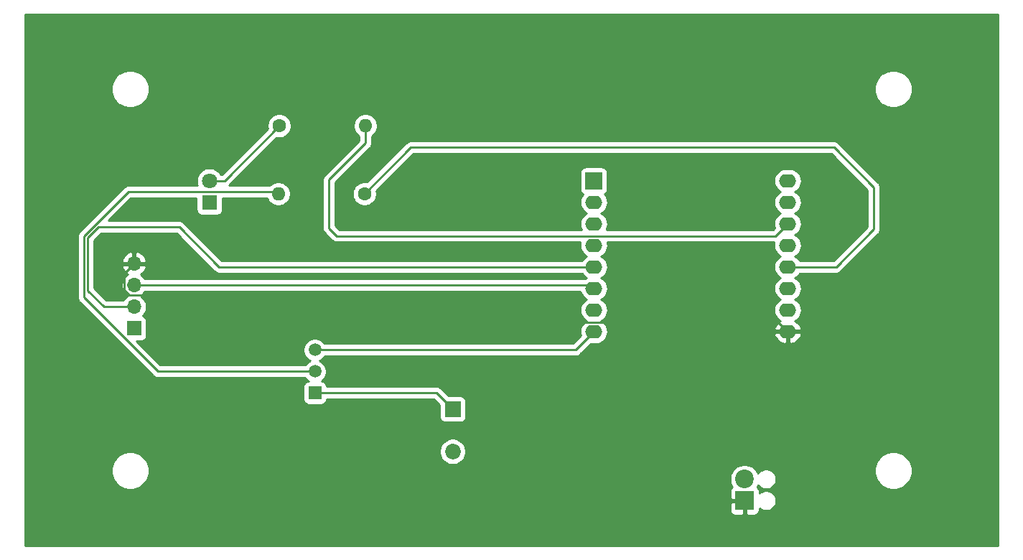
<source format=gbr>
%TF.GenerationSoftware,KiCad,Pcbnew,(5.1.10-1-10_14)*%
%TF.CreationDate,2021-11-11T14:28:07+01:00*%
%TF.ProjectId,Distance_Measurement,44697374-616e-4636-955f-4d6561737572,02*%
%TF.SameCoordinates,Original*%
%TF.FileFunction,Copper,L1,Top*%
%TF.FilePolarity,Positive*%
%FSLAX46Y46*%
G04 Gerber Fmt 4.6, Leading zero omitted, Abs format (unit mm)*
G04 Created by KiCad (PCBNEW (5.1.10-1-10_14)) date 2021-11-11 14:28:07*
%MOMM*%
%LPD*%
G01*
G04 APERTURE LIST*
%TA.AperFunction,ComponentPad*%
%ADD10O,2.000000X1.600000*%
%TD*%
%TA.AperFunction,ComponentPad*%
%ADD11R,2.000000X2.000000*%
%TD*%
%TA.AperFunction,ComponentPad*%
%ADD12O,1.600000X1.600000*%
%TD*%
%TA.AperFunction,ComponentPad*%
%ADD13C,1.600000*%
%TD*%
%TA.AperFunction,ComponentPad*%
%ADD14C,1.850000*%
%TD*%
%TA.AperFunction,ComponentPad*%
%ADD15R,1.850000X1.850000*%
%TD*%
%TA.AperFunction,ComponentPad*%
%ADD16R,1.500000X1.500000*%
%TD*%
%TA.AperFunction,ComponentPad*%
%ADD17C,1.500000*%
%TD*%
%TA.AperFunction,ComponentPad*%
%ADD18C,1.800000*%
%TD*%
%TA.AperFunction,ComponentPad*%
%ADD19R,1.800000X1.800000*%
%TD*%
%TA.AperFunction,ComponentPad*%
%ADD20O,1.700000X1.700000*%
%TD*%
%TA.AperFunction,ComponentPad*%
%ADD21R,1.700000X1.700000*%
%TD*%
%TA.AperFunction,ComponentPad*%
%ADD22C,2.200000*%
%TD*%
%TA.AperFunction,ComponentPad*%
%ADD23R,2.200000X2.200000*%
%TD*%
%TA.AperFunction,Conductor*%
%ADD24C,0.250000*%
%TD*%
%TA.AperFunction,Conductor*%
%ADD25C,0.254000*%
%TD*%
%TA.AperFunction,Conductor*%
%ADD26C,0.100000*%
%TD*%
G04 APERTURE END LIST*
D10*
%TO.P,U1,16*%
%TO.N,N/C*%
X181991000Y-86614000D03*
%TO.P,U1,15*%
X181991000Y-89154000D03*
%TO.P,U1,14*%
%TO.N,Net-(R1-Pad2)*%
X181991000Y-91694000D03*
%TO.P,U1,13*%
%TO.N,N/C*%
X181991000Y-94234000D03*
%TO.P,U1,12*%
%TO.N,Net-(R2-Pad1)*%
X181991000Y-96774000D03*
%TO.P,U1,11*%
%TO.N,N/C*%
X181991000Y-99314000D03*
%TO.P,U1,10*%
%TO.N,GND*%
X181991000Y-101854000D03*
%TO.P,U1,9*%
%TO.N,+5V*%
X181991000Y-104394000D03*
%TO.P,U1,8*%
%TO.N,Net-(Q1-Pad3)*%
X159131000Y-104394000D03*
%TO.P,U1,7*%
%TO.N,N/C*%
X159131000Y-101854000D03*
%TO.P,U1,6*%
%TO.N,Net-(J1-Pad3)*%
X159131000Y-99314000D03*
%TO.P,U1,5*%
%TO.N,Net-(J1-Pad2)*%
X159131000Y-96774000D03*
%TO.P,U1,4*%
%TO.N,N/C*%
X159131000Y-94234000D03*
%TO.P,U1,3*%
X159131000Y-91694000D03*
D11*
%TO.P,U1,1*%
X159131000Y-86614000D03*
D10*
%TO.P,U1,2*%
X159131000Y-89154000D03*
%TD*%
D12*
%TO.P,R2,2*%
%TO.N,Net-(Q1-Pad2)*%
X121920000Y-88138000D03*
D13*
%TO.P,R2,1*%
%TO.N,Net-(R2-Pad1)*%
X132080000Y-88138000D03*
%TD*%
D14*
%TO.P,LS1,2*%
%TO.N,GND*%
X142494000Y-118538000D03*
D15*
%TO.P,LS1,1*%
%TO.N,Net-(LS1-Pad1)*%
X142494000Y-113538000D03*
%TD*%
D16*
%TO.P,Q1,1*%
%TO.N,Net-(LS1-Pad1)*%
X126238000Y-111633000D03*
D17*
%TO.P,Q1,3*%
%TO.N,Net-(Q1-Pad3)*%
X126238000Y-106553000D03*
%TO.P,Q1,2*%
%TO.N,Net-(Q1-Pad2)*%
X126238000Y-109093000D03*
%TD*%
D18*
%TO.P,D1,2*%
%TO.N,Net-(D1-Pad2)*%
X113792000Y-86614000D03*
D19*
%TO.P,D1,1*%
%TO.N,GND*%
X113792000Y-89154000D03*
%TD*%
D20*
%TO.P,J1,4*%
%TO.N,+5V*%
X104902000Y-96393000D03*
%TO.P,J1,3*%
%TO.N,Net-(J1-Pad3)*%
X104902000Y-98933000D03*
%TO.P,J1,2*%
%TO.N,Net-(J1-Pad2)*%
X104902000Y-101473000D03*
D21*
%TO.P,J1,1*%
%TO.N,GND*%
X104902000Y-104013000D03*
%TD*%
D22*
%TO.P,J2,2*%
%TO.N,GND*%
X176911000Y-121793000D03*
D23*
%TO.P,J2,1*%
%TO.N,+5V*%
X176911000Y-124333000D03*
%TD*%
D12*
%TO.P,R1,2*%
%TO.N,Net-(R1-Pad2)*%
X132207000Y-80137000D03*
D13*
%TO.P,R1,1*%
%TO.N,Net-(D1-Pad2)*%
X122047000Y-80137000D03*
%TD*%
D24*
%TO.N,Net-(D1-Pad2)*%
X115570000Y-86614000D02*
X122047000Y-80137000D01*
X113792000Y-86614000D02*
X115570000Y-86614000D01*
%TO.N,+5V*%
X103726999Y-97568001D02*
X104902000Y-96393000D01*
X104337999Y-100108001D02*
X103726999Y-99497001D01*
X122460001Y-100108001D02*
X104337999Y-100108001D01*
X125620990Y-103268990D02*
X122460001Y-100108001D01*
X103726999Y-99497001D02*
X103726999Y-97568001D01*
X180865990Y-103268990D02*
X125620990Y-103268990D01*
X181991000Y-104394000D02*
X180865990Y-103268990D01*
%TO.N,Net-(J1-Pad3)*%
X158750000Y-98933000D02*
X159131000Y-99314000D01*
X104902000Y-98933000D02*
X158750000Y-98933000D01*
%TO.N,Net-(J1-Pad2)*%
X159131000Y-96774000D02*
X114935000Y-96774000D01*
X114935000Y-96774000D02*
X110236000Y-92075000D01*
X110236000Y-92075000D02*
X100711000Y-92075000D01*
X100711000Y-92075000D02*
X99441000Y-93345000D01*
X99441000Y-93345000D02*
X99441000Y-99568000D01*
X101346000Y-101473000D02*
X104902000Y-101473000D01*
X99441000Y-99568000D02*
X101346000Y-101473000D01*
%TO.N,Net-(LS1-Pad1)*%
X140589000Y-111633000D02*
X142494000Y-113538000D01*
X126238000Y-111633000D02*
X140589000Y-111633000D01*
%TO.N,Net-(Q1-Pad2)*%
X107696998Y-109093000D02*
X126238000Y-109093000D01*
X98990990Y-93158600D02*
X98990990Y-100386992D01*
X104220591Y-87928999D02*
X98990990Y-93158600D01*
X121710999Y-87928999D02*
X104220591Y-87928999D01*
X98990990Y-100386992D02*
X107696998Y-109093000D01*
X121920000Y-88138000D02*
X121710999Y-87928999D01*
%TO.N,Net-(R2-Pad1)*%
X132080000Y-88138000D02*
X137541000Y-82677000D01*
X137541000Y-82677000D02*
X187452000Y-82677000D01*
X187452000Y-82677000D02*
X192151000Y-87376000D01*
X192151000Y-87376000D02*
X192151000Y-92329000D01*
X187706000Y-96774000D02*
X181991000Y-96774000D01*
X192151000Y-92329000D02*
X187706000Y-96774000D01*
%TO.N,Net-(Q1-Pad3)*%
X156972000Y-106553000D02*
X159131000Y-104394000D01*
X126238000Y-106553000D02*
X156972000Y-106553000D01*
%TO.N,Net-(R1-Pad2)*%
X132207000Y-80137000D02*
X132207000Y-82169000D01*
X132207000Y-82169000D02*
X127889000Y-86487000D01*
X127889000Y-86487000D02*
X127889000Y-92202000D01*
X180576010Y-93108990D02*
X181991000Y-91694000D01*
X128795990Y-93108990D02*
X180576010Y-93108990D01*
X127889000Y-92202000D02*
X128795990Y-93108990D01*
%TD*%
D25*
%TO.N,+5V*%
X206780001Y-129634000D02*
X92100000Y-129634000D01*
X92100000Y-125433000D01*
X175172928Y-125433000D01*
X175185188Y-125557482D01*
X175221498Y-125677180D01*
X175280463Y-125787494D01*
X175359815Y-125884185D01*
X175456506Y-125963537D01*
X175566820Y-126022502D01*
X175686518Y-126058812D01*
X175811000Y-126071072D01*
X176625250Y-126068000D01*
X176784000Y-125909250D01*
X176784000Y-124460000D01*
X175334750Y-124460000D01*
X175176000Y-124618750D01*
X175172928Y-125433000D01*
X92100000Y-125433000D01*
X92100000Y-123233000D01*
X175172928Y-123233000D01*
X175176000Y-124047250D01*
X175334750Y-124206000D01*
X176784000Y-124206000D01*
X176784000Y-124186000D01*
X177038000Y-124186000D01*
X177038000Y-124206000D01*
X177058000Y-124206000D01*
X177058000Y-124460000D01*
X177038000Y-124460000D01*
X177038000Y-125909250D01*
X177196750Y-126068000D01*
X178011000Y-126071072D01*
X178135482Y-126058812D01*
X178255180Y-126022502D01*
X178365494Y-125963537D01*
X178462185Y-125884185D01*
X178541537Y-125787494D01*
X178600502Y-125677180D01*
X178636812Y-125557482D01*
X178649072Y-125433000D01*
X178648216Y-125206060D01*
X178695606Y-125253450D01*
X178889692Y-125383134D01*
X179105348Y-125472461D01*
X179334288Y-125518000D01*
X179567712Y-125518000D01*
X179796652Y-125472461D01*
X180012308Y-125383134D01*
X180206394Y-125253450D01*
X180371450Y-125088394D01*
X180501134Y-124894308D01*
X180590461Y-124678652D01*
X180636000Y-124449712D01*
X180636000Y-124216288D01*
X180590461Y-123987348D01*
X180501134Y-123771692D01*
X180371450Y-123577606D01*
X180206394Y-123412550D01*
X180012308Y-123282866D01*
X179796652Y-123193539D01*
X179567712Y-123148000D01*
X179334288Y-123148000D01*
X179105348Y-123193539D01*
X178889692Y-123282866D01*
X178695606Y-123412550D01*
X178648216Y-123459940D01*
X178649072Y-123233000D01*
X178636812Y-123108518D01*
X178600502Y-122988820D01*
X178541537Y-122878506D01*
X178462185Y-122781815D01*
X178381310Y-122715443D01*
X178448537Y-122614831D01*
X178496910Y-122498048D01*
X178530550Y-122548394D01*
X178695606Y-122713450D01*
X178889692Y-122843134D01*
X179105348Y-122932461D01*
X179334288Y-122978000D01*
X179567712Y-122978000D01*
X179796652Y-122932461D01*
X180012308Y-122843134D01*
X180206394Y-122713450D01*
X180371450Y-122548394D01*
X180501134Y-122354308D01*
X180590461Y-122138652D01*
X180636000Y-121909712D01*
X180636000Y-121676288D01*
X180590461Y-121447348D01*
X180501134Y-121231692D01*
X180371450Y-121037606D01*
X180206394Y-120872550D01*
X180012308Y-120742866D01*
X179796652Y-120653539D01*
X179567712Y-120608000D01*
X179334288Y-120608000D01*
X179105348Y-120653539D01*
X178889692Y-120742866D01*
X178695606Y-120872550D01*
X178530550Y-121037606D01*
X178496910Y-121087952D01*
X178448537Y-120971169D01*
X178258663Y-120687002D01*
X178145533Y-120573872D01*
X192205000Y-120573872D01*
X192205000Y-121014128D01*
X192290890Y-121445925D01*
X192459369Y-121852669D01*
X192703962Y-122218729D01*
X193015271Y-122530038D01*
X193381331Y-122774631D01*
X193788075Y-122943110D01*
X194219872Y-123029000D01*
X194660128Y-123029000D01*
X195091925Y-122943110D01*
X195498669Y-122774631D01*
X195864729Y-122530038D01*
X196176038Y-122218729D01*
X196420631Y-121852669D01*
X196589110Y-121445925D01*
X196675000Y-121014128D01*
X196675000Y-120573872D01*
X196589110Y-120142075D01*
X196420631Y-119735331D01*
X196176038Y-119369271D01*
X195864729Y-119057962D01*
X195498669Y-118813369D01*
X195091925Y-118644890D01*
X194660128Y-118559000D01*
X194219872Y-118559000D01*
X193788075Y-118644890D01*
X193381331Y-118813369D01*
X193015271Y-119057962D01*
X192703962Y-119369271D01*
X192459369Y-119735331D01*
X192290890Y-120142075D01*
X192205000Y-120573872D01*
X178145533Y-120573872D01*
X178016998Y-120445337D01*
X177732831Y-120255463D01*
X177417081Y-120124675D01*
X177081883Y-120058000D01*
X176740117Y-120058000D01*
X176404919Y-120124675D01*
X176089169Y-120255463D01*
X175805002Y-120445337D01*
X175563337Y-120687002D01*
X175373463Y-120971169D01*
X175242675Y-121286919D01*
X175176000Y-121622117D01*
X175176000Y-121963883D01*
X175242675Y-122299081D01*
X175373463Y-122614831D01*
X175440690Y-122715443D01*
X175359815Y-122781815D01*
X175280463Y-122878506D01*
X175221498Y-122988820D01*
X175185188Y-123108518D01*
X175172928Y-123233000D01*
X92100000Y-123233000D01*
X92100000Y-120573872D01*
X102205000Y-120573872D01*
X102205000Y-121014128D01*
X102290890Y-121445925D01*
X102459369Y-121852669D01*
X102703962Y-122218729D01*
X103015271Y-122530038D01*
X103381331Y-122774631D01*
X103788075Y-122943110D01*
X104219872Y-123029000D01*
X104660128Y-123029000D01*
X105091925Y-122943110D01*
X105498669Y-122774631D01*
X105864729Y-122530038D01*
X106176038Y-122218729D01*
X106420631Y-121852669D01*
X106589110Y-121445925D01*
X106675000Y-121014128D01*
X106675000Y-120573872D01*
X106589110Y-120142075D01*
X106420631Y-119735331D01*
X106176038Y-119369271D01*
X105864729Y-119057962D01*
X105498669Y-118813369D01*
X105091925Y-118644890D01*
X104660128Y-118559000D01*
X104219872Y-118559000D01*
X103788075Y-118644890D01*
X103381331Y-118813369D01*
X103015271Y-119057962D01*
X102703962Y-119369271D01*
X102459369Y-119735331D01*
X102290890Y-120142075D01*
X102205000Y-120573872D01*
X92100000Y-120573872D01*
X92100000Y-118384353D01*
X140934000Y-118384353D01*
X140934000Y-118691647D01*
X140993950Y-118993035D01*
X141111546Y-119276937D01*
X141282269Y-119532442D01*
X141499558Y-119749731D01*
X141755063Y-119920454D01*
X142038965Y-120038050D01*
X142340353Y-120098000D01*
X142647647Y-120098000D01*
X142949035Y-120038050D01*
X143232937Y-119920454D01*
X143488442Y-119749731D01*
X143705731Y-119532442D01*
X143876454Y-119276937D01*
X143994050Y-118993035D01*
X144054000Y-118691647D01*
X144054000Y-118384353D01*
X143994050Y-118082965D01*
X143876454Y-117799063D01*
X143705731Y-117543558D01*
X143488442Y-117326269D01*
X143232937Y-117155546D01*
X142949035Y-117037950D01*
X142647647Y-116978000D01*
X142340353Y-116978000D01*
X142038965Y-117037950D01*
X141755063Y-117155546D01*
X141499558Y-117326269D01*
X141282269Y-117543558D01*
X141111546Y-117799063D01*
X140993950Y-118082965D01*
X140934000Y-118384353D01*
X92100000Y-118384353D01*
X92100000Y-93158600D01*
X98227314Y-93158600D01*
X98230990Y-93195923D01*
X98230991Y-100349660D01*
X98227314Y-100386992D01*
X98230991Y-100424325D01*
X98241042Y-100526368D01*
X98241988Y-100535977D01*
X98285444Y-100679238D01*
X98356016Y-100811268D01*
X98427191Y-100897994D01*
X98450990Y-100926993D01*
X98479988Y-100950791D01*
X107133199Y-109604003D01*
X107156997Y-109633001D01*
X107185995Y-109656799D01*
X107272722Y-109727974D01*
X107404751Y-109798546D01*
X107548012Y-109842003D01*
X107696998Y-109856677D01*
X107734331Y-109853000D01*
X125080091Y-109853000D01*
X125162201Y-109975886D01*
X125355114Y-110168799D01*
X125471483Y-110246555D01*
X125363518Y-110257188D01*
X125243820Y-110293498D01*
X125133506Y-110352463D01*
X125036815Y-110431815D01*
X124957463Y-110528506D01*
X124898498Y-110638820D01*
X124862188Y-110758518D01*
X124849928Y-110883000D01*
X124849928Y-112383000D01*
X124862188Y-112507482D01*
X124898498Y-112627180D01*
X124957463Y-112737494D01*
X125036815Y-112834185D01*
X125133506Y-112913537D01*
X125243820Y-112972502D01*
X125363518Y-113008812D01*
X125488000Y-113021072D01*
X126988000Y-113021072D01*
X127112482Y-113008812D01*
X127232180Y-112972502D01*
X127342494Y-112913537D01*
X127439185Y-112834185D01*
X127518537Y-112737494D01*
X127577502Y-112627180D01*
X127613812Y-112507482D01*
X127625087Y-112393000D01*
X140274199Y-112393000D01*
X140930928Y-113049729D01*
X140930928Y-114463000D01*
X140943188Y-114587482D01*
X140979498Y-114707180D01*
X141038463Y-114817494D01*
X141117815Y-114914185D01*
X141214506Y-114993537D01*
X141324820Y-115052502D01*
X141444518Y-115088812D01*
X141569000Y-115101072D01*
X143419000Y-115101072D01*
X143543482Y-115088812D01*
X143663180Y-115052502D01*
X143773494Y-114993537D01*
X143870185Y-114914185D01*
X143949537Y-114817494D01*
X144008502Y-114707180D01*
X144044812Y-114587482D01*
X144057072Y-114463000D01*
X144057072Y-112613000D01*
X144044812Y-112488518D01*
X144008502Y-112368820D01*
X143949537Y-112258506D01*
X143870185Y-112161815D01*
X143773494Y-112082463D01*
X143663180Y-112023498D01*
X143543482Y-111987188D01*
X143419000Y-111974928D01*
X142005729Y-111974928D01*
X141152804Y-111122003D01*
X141129001Y-111092999D01*
X141013276Y-110998026D01*
X140881247Y-110927454D01*
X140737986Y-110883997D01*
X140626333Y-110873000D01*
X140626322Y-110873000D01*
X140589000Y-110869324D01*
X140551678Y-110873000D01*
X127625087Y-110873000D01*
X127613812Y-110758518D01*
X127577502Y-110638820D01*
X127518537Y-110528506D01*
X127439185Y-110431815D01*
X127342494Y-110352463D01*
X127232180Y-110293498D01*
X127112482Y-110257188D01*
X127004517Y-110246555D01*
X127120886Y-110168799D01*
X127313799Y-109975886D01*
X127465371Y-109749043D01*
X127569775Y-109496989D01*
X127623000Y-109229411D01*
X127623000Y-108956589D01*
X127569775Y-108689011D01*
X127465371Y-108436957D01*
X127313799Y-108210114D01*
X127120886Y-108017201D01*
X126894043Y-107865629D01*
X126791127Y-107823000D01*
X126894043Y-107780371D01*
X127120886Y-107628799D01*
X127313799Y-107435886D01*
X127395909Y-107313000D01*
X156934678Y-107313000D01*
X156972000Y-107316676D01*
X157009322Y-107313000D01*
X157009333Y-107313000D01*
X157120986Y-107302003D01*
X157264247Y-107258546D01*
X157396276Y-107187974D01*
X157512001Y-107093001D01*
X157535804Y-107063997D01*
X158778845Y-105820957D01*
X158860508Y-105829000D01*
X159401492Y-105829000D01*
X159612309Y-105808236D01*
X159882808Y-105726182D01*
X160132101Y-105592932D01*
X160350608Y-105413608D01*
X160529932Y-105195101D01*
X160663182Y-104945808D01*
X160724690Y-104743039D01*
X180399096Y-104743039D01*
X180409556Y-104800730D01*
X180515449Y-105062421D01*
X180670361Y-105298425D01*
X180868338Y-105499673D01*
X181101773Y-105658430D01*
X181361694Y-105768596D01*
X181638113Y-105825937D01*
X181864000Y-105673474D01*
X181864000Y-104521000D01*
X182118000Y-104521000D01*
X182118000Y-105673474D01*
X182343887Y-105825937D01*
X182620306Y-105768596D01*
X182880227Y-105658430D01*
X183113662Y-105499673D01*
X183311639Y-105298425D01*
X183466551Y-105062421D01*
X183572444Y-104800730D01*
X183582904Y-104743039D01*
X183460915Y-104521000D01*
X182118000Y-104521000D01*
X181864000Y-104521000D01*
X180521085Y-104521000D01*
X180399096Y-104743039D01*
X160724690Y-104743039D01*
X160745236Y-104675309D01*
X160772943Y-104394000D01*
X160745236Y-104112691D01*
X160663182Y-103842192D01*
X160529932Y-103592899D01*
X160350608Y-103374392D01*
X160132101Y-103195068D01*
X159999142Y-103124000D01*
X160132101Y-103052932D01*
X160350608Y-102873608D01*
X160529932Y-102655101D01*
X160663182Y-102405808D01*
X160745236Y-102135309D01*
X160772943Y-101854000D01*
X160745236Y-101572691D01*
X160663182Y-101302192D01*
X160529932Y-101052899D01*
X160350608Y-100834392D01*
X160132101Y-100655068D01*
X159999142Y-100584000D01*
X160132101Y-100512932D01*
X160350608Y-100333608D01*
X160529932Y-100115101D01*
X160663182Y-99865808D01*
X160745236Y-99595309D01*
X160772943Y-99314000D01*
X160745236Y-99032691D01*
X160663182Y-98762192D01*
X160529932Y-98512899D01*
X160350608Y-98294392D01*
X160132101Y-98115068D01*
X159999142Y-98044000D01*
X160132101Y-97972932D01*
X160350608Y-97793608D01*
X160529932Y-97575101D01*
X160663182Y-97325808D01*
X160745236Y-97055309D01*
X160772943Y-96774000D01*
X160745236Y-96492691D01*
X160663182Y-96222192D01*
X160529932Y-95972899D01*
X160350608Y-95754392D01*
X160132101Y-95575068D01*
X159999142Y-95504000D01*
X160132101Y-95432932D01*
X160350608Y-95253608D01*
X160529932Y-95035101D01*
X160663182Y-94785808D01*
X160745236Y-94515309D01*
X160772943Y-94234000D01*
X160745236Y-93952691D01*
X160719846Y-93868990D01*
X180402154Y-93868990D01*
X180376764Y-93952691D01*
X180349057Y-94234000D01*
X180376764Y-94515309D01*
X180458818Y-94785808D01*
X180592068Y-95035101D01*
X180771392Y-95253608D01*
X180989899Y-95432932D01*
X181122858Y-95504000D01*
X180989899Y-95575068D01*
X180771392Y-95754392D01*
X180592068Y-95972899D01*
X180458818Y-96222192D01*
X180376764Y-96492691D01*
X180349057Y-96774000D01*
X180376764Y-97055309D01*
X180458818Y-97325808D01*
X180592068Y-97575101D01*
X180771392Y-97793608D01*
X180989899Y-97972932D01*
X181122858Y-98044000D01*
X180989899Y-98115068D01*
X180771392Y-98294392D01*
X180592068Y-98512899D01*
X180458818Y-98762192D01*
X180376764Y-99032691D01*
X180349057Y-99314000D01*
X180376764Y-99595309D01*
X180458818Y-99865808D01*
X180592068Y-100115101D01*
X180771392Y-100333608D01*
X180989899Y-100512932D01*
X181122858Y-100584000D01*
X180989899Y-100655068D01*
X180771392Y-100834392D01*
X180592068Y-101052899D01*
X180458818Y-101302192D01*
X180376764Y-101572691D01*
X180349057Y-101854000D01*
X180376764Y-102135309D01*
X180458818Y-102405808D01*
X180592068Y-102655101D01*
X180771392Y-102873608D01*
X180989899Y-103052932D01*
X181119345Y-103122122D01*
X181101773Y-103129570D01*
X180868338Y-103288327D01*
X180670361Y-103489575D01*
X180515449Y-103725579D01*
X180409556Y-103987270D01*
X180399096Y-104044961D01*
X180521085Y-104267000D01*
X181864000Y-104267000D01*
X181864000Y-104247000D01*
X182118000Y-104247000D01*
X182118000Y-104267000D01*
X183460915Y-104267000D01*
X183582904Y-104044961D01*
X183572444Y-103987270D01*
X183466551Y-103725579D01*
X183311639Y-103489575D01*
X183113662Y-103288327D01*
X182880227Y-103129570D01*
X182862655Y-103122122D01*
X182992101Y-103052932D01*
X183210608Y-102873608D01*
X183389932Y-102655101D01*
X183523182Y-102405808D01*
X183605236Y-102135309D01*
X183632943Y-101854000D01*
X183605236Y-101572691D01*
X183523182Y-101302192D01*
X183389932Y-101052899D01*
X183210608Y-100834392D01*
X182992101Y-100655068D01*
X182859142Y-100584000D01*
X182992101Y-100512932D01*
X183210608Y-100333608D01*
X183389932Y-100115101D01*
X183523182Y-99865808D01*
X183605236Y-99595309D01*
X183632943Y-99314000D01*
X183605236Y-99032691D01*
X183523182Y-98762192D01*
X183389932Y-98512899D01*
X183210608Y-98294392D01*
X182992101Y-98115068D01*
X182859142Y-98044000D01*
X182992101Y-97972932D01*
X183210608Y-97793608D01*
X183389932Y-97575101D01*
X183411901Y-97534000D01*
X187668678Y-97534000D01*
X187706000Y-97537676D01*
X187743322Y-97534000D01*
X187743333Y-97534000D01*
X187854986Y-97523003D01*
X187998247Y-97479546D01*
X188130276Y-97408974D01*
X188246001Y-97314001D01*
X188269804Y-97284997D01*
X192662003Y-92892799D01*
X192691001Y-92869001D01*
X192785974Y-92753276D01*
X192856546Y-92621247D01*
X192900003Y-92477986D01*
X192911000Y-92366333D01*
X192911000Y-92366324D01*
X192914676Y-92329001D01*
X192911000Y-92291678D01*
X192911000Y-87413333D01*
X192914677Y-87376000D01*
X192900003Y-87227014D01*
X192856546Y-87083753D01*
X192785974Y-86951724D01*
X192714799Y-86864997D01*
X192691001Y-86835999D01*
X192662004Y-86812202D01*
X188015804Y-82166003D01*
X187992001Y-82136999D01*
X187876276Y-82042026D01*
X187744247Y-81971454D01*
X187600986Y-81927997D01*
X187489333Y-81917000D01*
X187489322Y-81917000D01*
X187452000Y-81913324D01*
X187414678Y-81917000D01*
X137578322Y-81917000D01*
X137540999Y-81913324D01*
X137503676Y-81917000D01*
X137503667Y-81917000D01*
X137392014Y-81927997D01*
X137248753Y-81971454D01*
X137116724Y-82042026D01*
X137000999Y-82136999D01*
X136977201Y-82165997D01*
X132403887Y-86739312D01*
X132221335Y-86703000D01*
X131938665Y-86703000D01*
X131661426Y-86758147D01*
X131400273Y-86866320D01*
X131165241Y-87023363D01*
X130965363Y-87223241D01*
X130808320Y-87458273D01*
X130700147Y-87719426D01*
X130645000Y-87996665D01*
X130645000Y-88279335D01*
X130700147Y-88556574D01*
X130808320Y-88817727D01*
X130965363Y-89052759D01*
X131165241Y-89252637D01*
X131400273Y-89409680D01*
X131661426Y-89517853D01*
X131938665Y-89573000D01*
X132221335Y-89573000D01*
X132498574Y-89517853D01*
X132759727Y-89409680D01*
X132994759Y-89252637D01*
X133194637Y-89052759D01*
X133351680Y-88817727D01*
X133459853Y-88556574D01*
X133515000Y-88279335D01*
X133515000Y-87996665D01*
X133478688Y-87814113D01*
X137855802Y-83437000D01*
X187137199Y-83437000D01*
X191391000Y-87690802D01*
X191391001Y-92014197D01*
X187391199Y-96014000D01*
X183411901Y-96014000D01*
X183389932Y-95972899D01*
X183210608Y-95754392D01*
X182992101Y-95575068D01*
X182859142Y-95504000D01*
X182992101Y-95432932D01*
X183210608Y-95253608D01*
X183389932Y-95035101D01*
X183523182Y-94785808D01*
X183605236Y-94515309D01*
X183632943Y-94234000D01*
X183605236Y-93952691D01*
X183523182Y-93682192D01*
X183389932Y-93432899D01*
X183210608Y-93214392D01*
X182992101Y-93035068D01*
X182859142Y-92964000D01*
X182992101Y-92892932D01*
X183210608Y-92713608D01*
X183389932Y-92495101D01*
X183523182Y-92245808D01*
X183605236Y-91975309D01*
X183632943Y-91694000D01*
X183605236Y-91412691D01*
X183523182Y-91142192D01*
X183389932Y-90892899D01*
X183210608Y-90674392D01*
X182992101Y-90495068D01*
X182859142Y-90424000D01*
X182992101Y-90352932D01*
X183210608Y-90173608D01*
X183389932Y-89955101D01*
X183523182Y-89705808D01*
X183605236Y-89435309D01*
X183632943Y-89154000D01*
X183605236Y-88872691D01*
X183523182Y-88602192D01*
X183389932Y-88352899D01*
X183210608Y-88134392D01*
X182992101Y-87955068D01*
X182859142Y-87884000D01*
X182992101Y-87812932D01*
X183210608Y-87633608D01*
X183389932Y-87415101D01*
X183523182Y-87165808D01*
X183605236Y-86895309D01*
X183632943Y-86614000D01*
X183605236Y-86332691D01*
X183523182Y-86062192D01*
X183389932Y-85812899D01*
X183210608Y-85594392D01*
X182992101Y-85415068D01*
X182742808Y-85281818D01*
X182472309Y-85199764D01*
X182261492Y-85179000D01*
X181720508Y-85179000D01*
X181509691Y-85199764D01*
X181239192Y-85281818D01*
X180989899Y-85415068D01*
X180771392Y-85594392D01*
X180592068Y-85812899D01*
X180458818Y-86062192D01*
X180376764Y-86332691D01*
X180349057Y-86614000D01*
X180376764Y-86895309D01*
X180458818Y-87165808D01*
X180592068Y-87415101D01*
X180771392Y-87633608D01*
X180989899Y-87812932D01*
X181122858Y-87884000D01*
X180989899Y-87955068D01*
X180771392Y-88134392D01*
X180592068Y-88352899D01*
X180458818Y-88602192D01*
X180376764Y-88872691D01*
X180349057Y-89154000D01*
X180376764Y-89435309D01*
X180458818Y-89705808D01*
X180592068Y-89955101D01*
X180771392Y-90173608D01*
X180989899Y-90352932D01*
X181122858Y-90424000D01*
X180989899Y-90495068D01*
X180771392Y-90674392D01*
X180592068Y-90892899D01*
X180458818Y-91142192D01*
X180376764Y-91412691D01*
X180349057Y-91694000D01*
X180376764Y-91975309D01*
X180436841Y-92173358D01*
X180261209Y-92348990D01*
X160608030Y-92348990D01*
X160663182Y-92245808D01*
X160745236Y-91975309D01*
X160772943Y-91694000D01*
X160745236Y-91412691D01*
X160663182Y-91142192D01*
X160529932Y-90892899D01*
X160350608Y-90674392D01*
X160132101Y-90495068D01*
X159999142Y-90424000D01*
X160132101Y-90352932D01*
X160350608Y-90173608D01*
X160529932Y-89955101D01*
X160663182Y-89705808D01*
X160745236Y-89435309D01*
X160772943Y-89154000D01*
X160745236Y-88872691D01*
X160663182Y-88602192D01*
X160529932Y-88352899D01*
X160397524Y-88191559D01*
X160485494Y-88144537D01*
X160582185Y-88065185D01*
X160661537Y-87968494D01*
X160720502Y-87858180D01*
X160756812Y-87738482D01*
X160769072Y-87614000D01*
X160769072Y-85614000D01*
X160756812Y-85489518D01*
X160720502Y-85369820D01*
X160661537Y-85259506D01*
X160582185Y-85162815D01*
X160485494Y-85083463D01*
X160375180Y-85024498D01*
X160255482Y-84988188D01*
X160131000Y-84975928D01*
X158131000Y-84975928D01*
X158006518Y-84988188D01*
X157886820Y-85024498D01*
X157776506Y-85083463D01*
X157679815Y-85162815D01*
X157600463Y-85259506D01*
X157541498Y-85369820D01*
X157505188Y-85489518D01*
X157492928Y-85614000D01*
X157492928Y-87614000D01*
X157505188Y-87738482D01*
X157541498Y-87858180D01*
X157600463Y-87968494D01*
X157679815Y-88065185D01*
X157776506Y-88144537D01*
X157864476Y-88191559D01*
X157732068Y-88352899D01*
X157598818Y-88602192D01*
X157516764Y-88872691D01*
X157489057Y-89154000D01*
X157516764Y-89435309D01*
X157598818Y-89705808D01*
X157732068Y-89955101D01*
X157911392Y-90173608D01*
X158129899Y-90352932D01*
X158262858Y-90424000D01*
X158129899Y-90495068D01*
X157911392Y-90674392D01*
X157732068Y-90892899D01*
X157598818Y-91142192D01*
X157516764Y-91412691D01*
X157489057Y-91694000D01*
X157516764Y-91975309D01*
X157598818Y-92245808D01*
X157653970Y-92348990D01*
X129110792Y-92348990D01*
X128649000Y-91887199D01*
X128649000Y-86801801D01*
X132718003Y-82732799D01*
X132747001Y-82709001D01*
X132841974Y-82593276D01*
X132912546Y-82461247D01*
X132956003Y-82317986D01*
X132967000Y-82206333D01*
X132967000Y-82206324D01*
X132970676Y-82169001D01*
X132967000Y-82131678D01*
X132967000Y-81355043D01*
X133121759Y-81251637D01*
X133321637Y-81051759D01*
X133478680Y-80816727D01*
X133586853Y-80555574D01*
X133642000Y-80278335D01*
X133642000Y-79995665D01*
X133586853Y-79718426D01*
X133478680Y-79457273D01*
X133321637Y-79222241D01*
X133121759Y-79022363D01*
X132886727Y-78865320D01*
X132625574Y-78757147D01*
X132348335Y-78702000D01*
X132065665Y-78702000D01*
X131788426Y-78757147D01*
X131527273Y-78865320D01*
X131292241Y-79022363D01*
X131092363Y-79222241D01*
X130935320Y-79457273D01*
X130827147Y-79718426D01*
X130772000Y-79995665D01*
X130772000Y-80278335D01*
X130827147Y-80555574D01*
X130935320Y-80816727D01*
X131092363Y-81051759D01*
X131292241Y-81251637D01*
X131447001Y-81355044D01*
X131447001Y-81854197D01*
X127378003Y-85923196D01*
X127348999Y-85946999D01*
X127293871Y-86014174D01*
X127254026Y-86062724D01*
X127232499Y-86102998D01*
X127183454Y-86194754D01*
X127139997Y-86338015D01*
X127129000Y-86449668D01*
X127129000Y-86449678D01*
X127125324Y-86487000D01*
X127129000Y-86524323D01*
X127129001Y-92164668D01*
X127125324Y-92202000D01*
X127129001Y-92239333D01*
X127139998Y-92350986D01*
X127144931Y-92367247D01*
X127183454Y-92494246D01*
X127254026Y-92626276D01*
X127322716Y-92709974D01*
X127349000Y-92742001D01*
X127377998Y-92765799D01*
X128232191Y-93619993D01*
X128255989Y-93648991D01*
X128284987Y-93672789D01*
X128371714Y-93743964D01*
X128503743Y-93814536D01*
X128647004Y-93857993D01*
X128795990Y-93872667D01*
X128833323Y-93868990D01*
X157542154Y-93868990D01*
X157516764Y-93952691D01*
X157489057Y-94234000D01*
X157516764Y-94515309D01*
X157598818Y-94785808D01*
X157732068Y-95035101D01*
X157911392Y-95253608D01*
X158129899Y-95432932D01*
X158262858Y-95504000D01*
X158129899Y-95575068D01*
X157911392Y-95754392D01*
X157732068Y-95972899D01*
X157710099Y-96014000D01*
X115249802Y-96014000D01*
X110799804Y-91564003D01*
X110776001Y-91534999D01*
X110660276Y-91440026D01*
X110528247Y-91369454D01*
X110384986Y-91325997D01*
X110273333Y-91315000D01*
X110273322Y-91315000D01*
X110236000Y-91311324D01*
X110198678Y-91315000D01*
X101909391Y-91315000D01*
X104535393Y-88688999D01*
X112253928Y-88688999D01*
X112253928Y-90054000D01*
X112266188Y-90178482D01*
X112302498Y-90298180D01*
X112361463Y-90408494D01*
X112440815Y-90505185D01*
X112537506Y-90584537D01*
X112647820Y-90643502D01*
X112767518Y-90679812D01*
X112892000Y-90692072D01*
X114692000Y-90692072D01*
X114816482Y-90679812D01*
X114936180Y-90643502D01*
X115046494Y-90584537D01*
X115143185Y-90505185D01*
X115222537Y-90408494D01*
X115281502Y-90298180D01*
X115317812Y-90178482D01*
X115330072Y-90054000D01*
X115330072Y-88688999D01*
X120594999Y-88688999D01*
X120648320Y-88817727D01*
X120805363Y-89052759D01*
X121005241Y-89252637D01*
X121240273Y-89409680D01*
X121501426Y-89517853D01*
X121778665Y-89573000D01*
X122061335Y-89573000D01*
X122338574Y-89517853D01*
X122599727Y-89409680D01*
X122834759Y-89252637D01*
X123034637Y-89052759D01*
X123191680Y-88817727D01*
X123299853Y-88556574D01*
X123355000Y-88279335D01*
X123355000Y-87996665D01*
X123299853Y-87719426D01*
X123191680Y-87458273D01*
X123034637Y-87223241D01*
X122834759Y-87023363D01*
X122599727Y-86866320D01*
X122338574Y-86758147D01*
X122061335Y-86703000D01*
X121778665Y-86703000D01*
X121501426Y-86758147D01*
X121240273Y-86866320D01*
X121005241Y-87023363D01*
X120859605Y-87168999D01*
X116091726Y-87168999D01*
X116110001Y-87154001D01*
X116133804Y-87124997D01*
X121723114Y-81535688D01*
X121905665Y-81572000D01*
X122188335Y-81572000D01*
X122465574Y-81516853D01*
X122726727Y-81408680D01*
X122961759Y-81251637D01*
X123161637Y-81051759D01*
X123318680Y-80816727D01*
X123426853Y-80555574D01*
X123482000Y-80278335D01*
X123482000Y-79995665D01*
X123426853Y-79718426D01*
X123318680Y-79457273D01*
X123161637Y-79222241D01*
X122961759Y-79022363D01*
X122726727Y-78865320D01*
X122465574Y-78757147D01*
X122188335Y-78702000D01*
X121905665Y-78702000D01*
X121628426Y-78757147D01*
X121367273Y-78865320D01*
X121132241Y-79022363D01*
X120932363Y-79222241D01*
X120775320Y-79457273D01*
X120667147Y-79718426D01*
X120612000Y-79995665D01*
X120612000Y-80278335D01*
X120648312Y-80460886D01*
X115255199Y-85854000D01*
X115130313Y-85854000D01*
X114984312Y-85635495D01*
X114770505Y-85421688D01*
X114519095Y-85253701D01*
X114239743Y-85137989D01*
X113943184Y-85079000D01*
X113640816Y-85079000D01*
X113344257Y-85137989D01*
X113064905Y-85253701D01*
X112813495Y-85421688D01*
X112599688Y-85635495D01*
X112431701Y-85886905D01*
X112315989Y-86166257D01*
X112257000Y-86462816D01*
X112257000Y-86765184D01*
X112315989Y-87061743D01*
X112360416Y-87168999D01*
X104257916Y-87168999D01*
X104220591Y-87165323D01*
X104183266Y-87168999D01*
X104183258Y-87168999D01*
X104071605Y-87179996D01*
X103928344Y-87223453D01*
X103796315Y-87294025D01*
X103680590Y-87388998D01*
X103656792Y-87417996D01*
X98479993Y-92594796D01*
X98450989Y-92618599D01*
X98396730Y-92684714D01*
X98356016Y-92734324D01*
X98331310Y-92780546D01*
X98285444Y-92866354D01*
X98241987Y-93009615D01*
X98230990Y-93121268D01*
X98230990Y-93121278D01*
X98227314Y-93158600D01*
X92100000Y-93158600D01*
X92100000Y-75573872D01*
X102205000Y-75573872D01*
X102205000Y-76014128D01*
X102290890Y-76445925D01*
X102459369Y-76852669D01*
X102703962Y-77218729D01*
X103015271Y-77530038D01*
X103381331Y-77774631D01*
X103788075Y-77943110D01*
X104219872Y-78029000D01*
X104660128Y-78029000D01*
X105091925Y-77943110D01*
X105498669Y-77774631D01*
X105864729Y-77530038D01*
X106176038Y-77218729D01*
X106420631Y-76852669D01*
X106589110Y-76445925D01*
X106675000Y-76014128D01*
X106675000Y-75573872D01*
X192205000Y-75573872D01*
X192205000Y-76014128D01*
X192290890Y-76445925D01*
X192459369Y-76852669D01*
X192703962Y-77218729D01*
X193015271Y-77530038D01*
X193381331Y-77774631D01*
X193788075Y-77943110D01*
X194219872Y-78029000D01*
X194660128Y-78029000D01*
X195091925Y-77943110D01*
X195498669Y-77774631D01*
X195864729Y-77530038D01*
X196176038Y-77218729D01*
X196420631Y-76852669D01*
X196589110Y-76445925D01*
X196675000Y-76014128D01*
X196675000Y-75573872D01*
X196589110Y-75142075D01*
X196420631Y-74735331D01*
X196176038Y-74369271D01*
X195864729Y-74057962D01*
X195498669Y-73813369D01*
X195091925Y-73644890D01*
X194660128Y-73559000D01*
X194219872Y-73559000D01*
X193788075Y-73644890D01*
X193381331Y-73813369D01*
X193015271Y-74057962D01*
X192703962Y-74369271D01*
X192459369Y-74735331D01*
X192290890Y-75142075D01*
X192205000Y-75573872D01*
X106675000Y-75573872D01*
X106589110Y-75142075D01*
X106420631Y-74735331D01*
X106176038Y-74369271D01*
X105864729Y-74057962D01*
X105498669Y-73813369D01*
X105091925Y-73644890D01*
X104660128Y-73559000D01*
X104219872Y-73559000D01*
X103788075Y-73644890D01*
X103381331Y-73813369D01*
X103015271Y-74057962D01*
X102703962Y-74369271D01*
X102459369Y-74735331D01*
X102290890Y-75142075D01*
X102205000Y-75573872D01*
X92100000Y-75573872D01*
X92100000Y-66954000D01*
X206780000Y-66954000D01*
X206780001Y-129634000D01*
%TA.AperFunction,Conductor*%
D26*
G36*
X206780001Y-129634000D02*
G01*
X92100000Y-129634000D01*
X92100000Y-125433000D01*
X175172928Y-125433000D01*
X175185188Y-125557482D01*
X175221498Y-125677180D01*
X175280463Y-125787494D01*
X175359815Y-125884185D01*
X175456506Y-125963537D01*
X175566820Y-126022502D01*
X175686518Y-126058812D01*
X175811000Y-126071072D01*
X176625250Y-126068000D01*
X176784000Y-125909250D01*
X176784000Y-124460000D01*
X175334750Y-124460000D01*
X175176000Y-124618750D01*
X175172928Y-125433000D01*
X92100000Y-125433000D01*
X92100000Y-123233000D01*
X175172928Y-123233000D01*
X175176000Y-124047250D01*
X175334750Y-124206000D01*
X176784000Y-124206000D01*
X176784000Y-124186000D01*
X177038000Y-124186000D01*
X177038000Y-124206000D01*
X177058000Y-124206000D01*
X177058000Y-124460000D01*
X177038000Y-124460000D01*
X177038000Y-125909250D01*
X177196750Y-126068000D01*
X178011000Y-126071072D01*
X178135482Y-126058812D01*
X178255180Y-126022502D01*
X178365494Y-125963537D01*
X178462185Y-125884185D01*
X178541537Y-125787494D01*
X178600502Y-125677180D01*
X178636812Y-125557482D01*
X178649072Y-125433000D01*
X178648216Y-125206060D01*
X178695606Y-125253450D01*
X178889692Y-125383134D01*
X179105348Y-125472461D01*
X179334288Y-125518000D01*
X179567712Y-125518000D01*
X179796652Y-125472461D01*
X180012308Y-125383134D01*
X180206394Y-125253450D01*
X180371450Y-125088394D01*
X180501134Y-124894308D01*
X180590461Y-124678652D01*
X180636000Y-124449712D01*
X180636000Y-124216288D01*
X180590461Y-123987348D01*
X180501134Y-123771692D01*
X180371450Y-123577606D01*
X180206394Y-123412550D01*
X180012308Y-123282866D01*
X179796652Y-123193539D01*
X179567712Y-123148000D01*
X179334288Y-123148000D01*
X179105348Y-123193539D01*
X178889692Y-123282866D01*
X178695606Y-123412550D01*
X178648216Y-123459940D01*
X178649072Y-123233000D01*
X178636812Y-123108518D01*
X178600502Y-122988820D01*
X178541537Y-122878506D01*
X178462185Y-122781815D01*
X178381310Y-122715443D01*
X178448537Y-122614831D01*
X178496910Y-122498048D01*
X178530550Y-122548394D01*
X178695606Y-122713450D01*
X178889692Y-122843134D01*
X179105348Y-122932461D01*
X179334288Y-122978000D01*
X179567712Y-122978000D01*
X179796652Y-122932461D01*
X180012308Y-122843134D01*
X180206394Y-122713450D01*
X180371450Y-122548394D01*
X180501134Y-122354308D01*
X180590461Y-122138652D01*
X180636000Y-121909712D01*
X180636000Y-121676288D01*
X180590461Y-121447348D01*
X180501134Y-121231692D01*
X180371450Y-121037606D01*
X180206394Y-120872550D01*
X180012308Y-120742866D01*
X179796652Y-120653539D01*
X179567712Y-120608000D01*
X179334288Y-120608000D01*
X179105348Y-120653539D01*
X178889692Y-120742866D01*
X178695606Y-120872550D01*
X178530550Y-121037606D01*
X178496910Y-121087952D01*
X178448537Y-120971169D01*
X178258663Y-120687002D01*
X178145533Y-120573872D01*
X192205000Y-120573872D01*
X192205000Y-121014128D01*
X192290890Y-121445925D01*
X192459369Y-121852669D01*
X192703962Y-122218729D01*
X193015271Y-122530038D01*
X193381331Y-122774631D01*
X193788075Y-122943110D01*
X194219872Y-123029000D01*
X194660128Y-123029000D01*
X195091925Y-122943110D01*
X195498669Y-122774631D01*
X195864729Y-122530038D01*
X196176038Y-122218729D01*
X196420631Y-121852669D01*
X196589110Y-121445925D01*
X196675000Y-121014128D01*
X196675000Y-120573872D01*
X196589110Y-120142075D01*
X196420631Y-119735331D01*
X196176038Y-119369271D01*
X195864729Y-119057962D01*
X195498669Y-118813369D01*
X195091925Y-118644890D01*
X194660128Y-118559000D01*
X194219872Y-118559000D01*
X193788075Y-118644890D01*
X193381331Y-118813369D01*
X193015271Y-119057962D01*
X192703962Y-119369271D01*
X192459369Y-119735331D01*
X192290890Y-120142075D01*
X192205000Y-120573872D01*
X178145533Y-120573872D01*
X178016998Y-120445337D01*
X177732831Y-120255463D01*
X177417081Y-120124675D01*
X177081883Y-120058000D01*
X176740117Y-120058000D01*
X176404919Y-120124675D01*
X176089169Y-120255463D01*
X175805002Y-120445337D01*
X175563337Y-120687002D01*
X175373463Y-120971169D01*
X175242675Y-121286919D01*
X175176000Y-121622117D01*
X175176000Y-121963883D01*
X175242675Y-122299081D01*
X175373463Y-122614831D01*
X175440690Y-122715443D01*
X175359815Y-122781815D01*
X175280463Y-122878506D01*
X175221498Y-122988820D01*
X175185188Y-123108518D01*
X175172928Y-123233000D01*
X92100000Y-123233000D01*
X92100000Y-120573872D01*
X102205000Y-120573872D01*
X102205000Y-121014128D01*
X102290890Y-121445925D01*
X102459369Y-121852669D01*
X102703962Y-122218729D01*
X103015271Y-122530038D01*
X103381331Y-122774631D01*
X103788075Y-122943110D01*
X104219872Y-123029000D01*
X104660128Y-123029000D01*
X105091925Y-122943110D01*
X105498669Y-122774631D01*
X105864729Y-122530038D01*
X106176038Y-122218729D01*
X106420631Y-121852669D01*
X106589110Y-121445925D01*
X106675000Y-121014128D01*
X106675000Y-120573872D01*
X106589110Y-120142075D01*
X106420631Y-119735331D01*
X106176038Y-119369271D01*
X105864729Y-119057962D01*
X105498669Y-118813369D01*
X105091925Y-118644890D01*
X104660128Y-118559000D01*
X104219872Y-118559000D01*
X103788075Y-118644890D01*
X103381331Y-118813369D01*
X103015271Y-119057962D01*
X102703962Y-119369271D01*
X102459369Y-119735331D01*
X102290890Y-120142075D01*
X102205000Y-120573872D01*
X92100000Y-120573872D01*
X92100000Y-118384353D01*
X140934000Y-118384353D01*
X140934000Y-118691647D01*
X140993950Y-118993035D01*
X141111546Y-119276937D01*
X141282269Y-119532442D01*
X141499558Y-119749731D01*
X141755063Y-119920454D01*
X142038965Y-120038050D01*
X142340353Y-120098000D01*
X142647647Y-120098000D01*
X142949035Y-120038050D01*
X143232937Y-119920454D01*
X143488442Y-119749731D01*
X143705731Y-119532442D01*
X143876454Y-119276937D01*
X143994050Y-118993035D01*
X144054000Y-118691647D01*
X144054000Y-118384353D01*
X143994050Y-118082965D01*
X143876454Y-117799063D01*
X143705731Y-117543558D01*
X143488442Y-117326269D01*
X143232937Y-117155546D01*
X142949035Y-117037950D01*
X142647647Y-116978000D01*
X142340353Y-116978000D01*
X142038965Y-117037950D01*
X141755063Y-117155546D01*
X141499558Y-117326269D01*
X141282269Y-117543558D01*
X141111546Y-117799063D01*
X140993950Y-118082965D01*
X140934000Y-118384353D01*
X92100000Y-118384353D01*
X92100000Y-93158600D01*
X98227314Y-93158600D01*
X98230990Y-93195923D01*
X98230991Y-100349660D01*
X98227314Y-100386992D01*
X98230991Y-100424325D01*
X98241042Y-100526368D01*
X98241988Y-100535977D01*
X98285444Y-100679238D01*
X98356016Y-100811268D01*
X98427191Y-100897994D01*
X98450990Y-100926993D01*
X98479988Y-100950791D01*
X107133199Y-109604003D01*
X107156997Y-109633001D01*
X107185995Y-109656799D01*
X107272722Y-109727974D01*
X107404751Y-109798546D01*
X107548012Y-109842003D01*
X107696998Y-109856677D01*
X107734331Y-109853000D01*
X125080091Y-109853000D01*
X125162201Y-109975886D01*
X125355114Y-110168799D01*
X125471483Y-110246555D01*
X125363518Y-110257188D01*
X125243820Y-110293498D01*
X125133506Y-110352463D01*
X125036815Y-110431815D01*
X124957463Y-110528506D01*
X124898498Y-110638820D01*
X124862188Y-110758518D01*
X124849928Y-110883000D01*
X124849928Y-112383000D01*
X124862188Y-112507482D01*
X124898498Y-112627180D01*
X124957463Y-112737494D01*
X125036815Y-112834185D01*
X125133506Y-112913537D01*
X125243820Y-112972502D01*
X125363518Y-113008812D01*
X125488000Y-113021072D01*
X126988000Y-113021072D01*
X127112482Y-113008812D01*
X127232180Y-112972502D01*
X127342494Y-112913537D01*
X127439185Y-112834185D01*
X127518537Y-112737494D01*
X127577502Y-112627180D01*
X127613812Y-112507482D01*
X127625087Y-112393000D01*
X140274199Y-112393000D01*
X140930928Y-113049729D01*
X140930928Y-114463000D01*
X140943188Y-114587482D01*
X140979498Y-114707180D01*
X141038463Y-114817494D01*
X141117815Y-114914185D01*
X141214506Y-114993537D01*
X141324820Y-115052502D01*
X141444518Y-115088812D01*
X141569000Y-115101072D01*
X143419000Y-115101072D01*
X143543482Y-115088812D01*
X143663180Y-115052502D01*
X143773494Y-114993537D01*
X143870185Y-114914185D01*
X143949537Y-114817494D01*
X144008502Y-114707180D01*
X144044812Y-114587482D01*
X144057072Y-114463000D01*
X144057072Y-112613000D01*
X144044812Y-112488518D01*
X144008502Y-112368820D01*
X143949537Y-112258506D01*
X143870185Y-112161815D01*
X143773494Y-112082463D01*
X143663180Y-112023498D01*
X143543482Y-111987188D01*
X143419000Y-111974928D01*
X142005729Y-111974928D01*
X141152804Y-111122003D01*
X141129001Y-111092999D01*
X141013276Y-110998026D01*
X140881247Y-110927454D01*
X140737986Y-110883997D01*
X140626333Y-110873000D01*
X140626322Y-110873000D01*
X140589000Y-110869324D01*
X140551678Y-110873000D01*
X127625087Y-110873000D01*
X127613812Y-110758518D01*
X127577502Y-110638820D01*
X127518537Y-110528506D01*
X127439185Y-110431815D01*
X127342494Y-110352463D01*
X127232180Y-110293498D01*
X127112482Y-110257188D01*
X127004517Y-110246555D01*
X127120886Y-110168799D01*
X127313799Y-109975886D01*
X127465371Y-109749043D01*
X127569775Y-109496989D01*
X127623000Y-109229411D01*
X127623000Y-108956589D01*
X127569775Y-108689011D01*
X127465371Y-108436957D01*
X127313799Y-108210114D01*
X127120886Y-108017201D01*
X126894043Y-107865629D01*
X126791127Y-107823000D01*
X126894043Y-107780371D01*
X127120886Y-107628799D01*
X127313799Y-107435886D01*
X127395909Y-107313000D01*
X156934678Y-107313000D01*
X156972000Y-107316676D01*
X157009322Y-107313000D01*
X157009333Y-107313000D01*
X157120986Y-107302003D01*
X157264247Y-107258546D01*
X157396276Y-107187974D01*
X157512001Y-107093001D01*
X157535804Y-107063997D01*
X158778845Y-105820957D01*
X158860508Y-105829000D01*
X159401492Y-105829000D01*
X159612309Y-105808236D01*
X159882808Y-105726182D01*
X160132101Y-105592932D01*
X160350608Y-105413608D01*
X160529932Y-105195101D01*
X160663182Y-104945808D01*
X160724690Y-104743039D01*
X180399096Y-104743039D01*
X180409556Y-104800730D01*
X180515449Y-105062421D01*
X180670361Y-105298425D01*
X180868338Y-105499673D01*
X181101773Y-105658430D01*
X181361694Y-105768596D01*
X181638113Y-105825937D01*
X181864000Y-105673474D01*
X181864000Y-104521000D01*
X182118000Y-104521000D01*
X182118000Y-105673474D01*
X182343887Y-105825937D01*
X182620306Y-105768596D01*
X182880227Y-105658430D01*
X183113662Y-105499673D01*
X183311639Y-105298425D01*
X183466551Y-105062421D01*
X183572444Y-104800730D01*
X183582904Y-104743039D01*
X183460915Y-104521000D01*
X182118000Y-104521000D01*
X181864000Y-104521000D01*
X180521085Y-104521000D01*
X180399096Y-104743039D01*
X160724690Y-104743039D01*
X160745236Y-104675309D01*
X160772943Y-104394000D01*
X160745236Y-104112691D01*
X160663182Y-103842192D01*
X160529932Y-103592899D01*
X160350608Y-103374392D01*
X160132101Y-103195068D01*
X159999142Y-103124000D01*
X160132101Y-103052932D01*
X160350608Y-102873608D01*
X160529932Y-102655101D01*
X160663182Y-102405808D01*
X160745236Y-102135309D01*
X160772943Y-101854000D01*
X160745236Y-101572691D01*
X160663182Y-101302192D01*
X160529932Y-101052899D01*
X160350608Y-100834392D01*
X160132101Y-100655068D01*
X159999142Y-100584000D01*
X160132101Y-100512932D01*
X160350608Y-100333608D01*
X160529932Y-100115101D01*
X160663182Y-99865808D01*
X160745236Y-99595309D01*
X160772943Y-99314000D01*
X160745236Y-99032691D01*
X160663182Y-98762192D01*
X160529932Y-98512899D01*
X160350608Y-98294392D01*
X160132101Y-98115068D01*
X159999142Y-98044000D01*
X160132101Y-97972932D01*
X160350608Y-97793608D01*
X160529932Y-97575101D01*
X160663182Y-97325808D01*
X160745236Y-97055309D01*
X160772943Y-96774000D01*
X160745236Y-96492691D01*
X160663182Y-96222192D01*
X160529932Y-95972899D01*
X160350608Y-95754392D01*
X160132101Y-95575068D01*
X159999142Y-95504000D01*
X160132101Y-95432932D01*
X160350608Y-95253608D01*
X160529932Y-95035101D01*
X160663182Y-94785808D01*
X160745236Y-94515309D01*
X160772943Y-94234000D01*
X160745236Y-93952691D01*
X160719846Y-93868990D01*
X180402154Y-93868990D01*
X180376764Y-93952691D01*
X180349057Y-94234000D01*
X180376764Y-94515309D01*
X180458818Y-94785808D01*
X180592068Y-95035101D01*
X180771392Y-95253608D01*
X180989899Y-95432932D01*
X181122858Y-95504000D01*
X180989899Y-95575068D01*
X180771392Y-95754392D01*
X180592068Y-95972899D01*
X180458818Y-96222192D01*
X180376764Y-96492691D01*
X180349057Y-96774000D01*
X180376764Y-97055309D01*
X180458818Y-97325808D01*
X180592068Y-97575101D01*
X180771392Y-97793608D01*
X180989899Y-97972932D01*
X181122858Y-98044000D01*
X180989899Y-98115068D01*
X180771392Y-98294392D01*
X180592068Y-98512899D01*
X180458818Y-98762192D01*
X180376764Y-99032691D01*
X180349057Y-99314000D01*
X180376764Y-99595309D01*
X180458818Y-99865808D01*
X180592068Y-100115101D01*
X180771392Y-100333608D01*
X180989899Y-100512932D01*
X181122858Y-100584000D01*
X180989899Y-100655068D01*
X180771392Y-100834392D01*
X180592068Y-101052899D01*
X180458818Y-101302192D01*
X180376764Y-101572691D01*
X180349057Y-101854000D01*
X180376764Y-102135309D01*
X180458818Y-102405808D01*
X180592068Y-102655101D01*
X180771392Y-102873608D01*
X180989899Y-103052932D01*
X181119345Y-103122122D01*
X181101773Y-103129570D01*
X180868338Y-103288327D01*
X180670361Y-103489575D01*
X180515449Y-103725579D01*
X180409556Y-103987270D01*
X180399096Y-104044961D01*
X180521085Y-104267000D01*
X181864000Y-104267000D01*
X181864000Y-104247000D01*
X182118000Y-104247000D01*
X182118000Y-104267000D01*
X183460915Y-104267000D01*
X183582904Y-104044961D01*
X183572444Y-103987270D01*
X183466551Y-103725579D01*
X183311639Y-103489575D01*
X183113662Y-103288327D01*
X182880227Y-103129570D01*
X182862655Y-103122122D01*
X182992101Y-103052932D01*
X183210608Y-102873608D01*
X183389932Y-102655101D01*
X183523182Y-102405808D01*
X183605236Y-102135309D01*
X183632943Y-101854000D01*
X183605236Y-101572691D01*
X183523182Y-101302192D01*
X183389932Y-101052899D01*
X183210608Y-100834392D01*
X182992101Y-100655068D01*
X182859142Y-100584000D01*
X182992101Y-100512932D01*
X183210608Y-100333608D01*
X183389932Y-100115101D01*
X183523182Y-99865808D01*
X183605236Y-99595309D01*
X183632943Y-99314000D01*
X183605236Y-99032691D01*
X183523182Y-98762192D01*
X183389932Y-98512899D01*
X183210608Y-98294392D01*
X182992101Y-98115068D01*
X182859142Y-98044000D01*
X182992101Y-97972932D01*
X183210608Y-97793608D01*
X183389932Y-97575101D01*
X183411901Y-97534000D01*
X187668678Y-97534000D01*
X187706000Y-97537676D01*
X187743322Y-97534000D01*
X187743333Y-97534000D01*
X187854986Y-97523003D01*
X187998247Y-97479546D01*
X188130276Y-97408974D01*
X188246001Y-97314001D01*
X188269804Y-97284997D01*
X192662003Y-92892799D01*
X192691001Y-92869001D01*
X192785974Y-92753276D01*
X192856546Y-92621247D01*
X192900003Y-92477986D01*
X192911000Y-92366333D01*
X192911000Y-92366324D01*
X192914676Y-92329001D01*
X192911000Y-92291678D01*
X192911000Y-87413333D01*
X192914677Y-87376000D01*
X192900003Y-87227014D01*
X192856546Y-87083753D01*
X192785974Y-86951724D01*
X192714799Y-86864997D01*
X192691001Y-86835999D01*
X192662004Y-86812202D01*
X188015804Y-82166003D01*
X187992001Y-82136999D01*
X187876276Y-82042026D01*
X187744247Y-81971454D01*
X187600986Y-81927997D01*
X187489333Y-81917000D01*
X187489322Y-81917000D01*
X187452000Y-81913324D01*
X187414678Y-81917000D01*
X137578322Y-81917000D01*
X137540999Y-81913324D01*
X137503676Y-81917000D01*
X137503667Y-81917000D01*
X137392014Y-81927997D01*
X137248753Y-81971454D01*
X137116724Y-82042026D01*
X137000999Y-82136999D01*
X136977201Y-82165997D01*
X132403887Y-86739312D01*
X132221335Y-86703000D01*
X131938665Y-86703000D01*
X131661426Y-86758147D01*
X131400273Y-86866320D01*
X131165241Y-87023363D01*
X130965363Y-87223241D01*
X130808320Y-87458273D01*
X130700147Y-87719426D01*
X130645000Y-87996665D01*
X130645000Y-88279335D01*
X130700147Y-88556574D01*
X130808320Y-88817727D01*
X130965363Y-89052759D01*
X131165241Y-89252637D01*
X131400273Y-89409680D01*
X131661426Y-89517853D01*
X131938665Y-89573000D01*
X132221335Y-89573000D01*
X132498574Y-89517853D01*
X132759727Y-89409680D01*
X132994759Y-89252637D01*
X133194637Y-89052759D01*
X133351680Y-88817727D01*
X133459853Y-88556574D01*
X133515000Y-88279335D01*
X133515000Y-87996665D01*
X133478688Y-87814113D01*
X137855802Y-83437000D01*
X187137199Y-83437000D01*
X191391000Y-87690802D01*
X191391001Y-92014197D01*
X187391199Y-96014000D01*
X183411901Y-96014000D01*
X183389932Y-95972899D01*
X183210608Y-95754392D01*
X182992101Y-95575068D01*
X182859142Y-95504000D01*
X182992101Y-95432932D01*
X183210608Y-95253608D01*
X183389932Y-95035101D01*
X183523182Y-94785808D01*
X183605236Y-94515309D01*
X183632943Y-94234000D01*
X183605236Y-93952691D01*
X183523182Y-93682192D01*
X183389932Y-93432899D01*
X183210608Y-93214392D01*
X182992101Y-93035068D01*
X182859142Y-92964000D01*
X182992101Y-92892932D01*
X183210608Y-92713608D01*
X183389932Y-92495101D01*
X183523182Y-92245808D01*
X183605236Y-91975309D01*
X183632943Y-91694000D01*
X183605236Y-91412691D01*
X183523182Y-91142192D01*
X183389932Y-90892899D01*
X183210608Y-90674392D01*
X182992101Y-90495068D01*
X182859142Y-90424000D01*
X182992101Y-90352932D01*
X183210608Y-90173608D01*
X183389932Y-89955101D01*
X183523182Y-89705808D01*
X183605236Y-89435309D01*
X183632943Y-89154000D01*
X183605236Y-88872691D01*
X183523182Y-88602192D01*
X183389932Y-88352899D01*
X183210608Y-88134392D01*
X182992101Y-87955068D01*
X182859142Y-87884000D01*
X182992101Y-87812932D01*
X183210608Y-87633608D01*
X183389932Y-87415101D01*
X183523182Y-87165808D01*
X183605236Y-86895309D01*
X183632943Y-86614000D01*
X183605236Y-86332691D01*
X183523182Y-86062192D01*
X183389932Y-85812899D01*
X183210608Y-85594392D01*
X182992101Y-85415068D01*
X182742808Y-85281818D01*
X182472309Y-85199764D01*
X182261492Y-85179000D01*
X181720508Y-85179000D01*
X181509691Y-85199764D01*
X181239192Y-85281818D01*
X180989899Y-85415068D01*
X180771392Y-85594392D01*
X180592068Y-85812899D01*
X180458818Y-86062192D01*
X180376764Y-86332691D01*
X180349057Y-86614000D01*
X180376764Y-86895309D01*
X180458818Y-87165808D01*
X180592068Y-87415101D01*
X180771392Y-87633608D01*
X180989899Y-87812932D01*
X181122858Y-87884000D01*
X180989899Y-87955068D01*
X180771392Y-88134392D01*
X180592068Y-88352899D01*
X180458818Y-88602192D01*
X180376764Y-88872691D01*
X180349057Y-89154000D01*
X180376764Y-89435309D01*
X180458818Y-89705808D01*
X180592068Y-89955101D01*
X180771392Y-90173608D01*
X180989899Y-90352932D01*
X181122858Y-90424000D01*
X180989899Y-90495068D01*
X180771392Y-90674392D01*
X180592068Y-90892899D01*
X180458818Y-91142192D01*
X180376764Y-91412691D01*
X180349057Y-91694000D01*
X180376764Y-91975309D01*
X180436841Y-92173358D01*
X180261209Y-92348990D01*
X160608030Y-92348990D01*
X160663182Y-92245808D01*
X160745236Y-91975309D01*
X160772943Y-91694000D01*
X160745236Y-91412691D01*
X160663182Y-91142192D01*
X160529932Y-90892899D01*
X160350608Y-90674392D01*
X160132101Y-90495068D01*
X159999142Y-90424000D01*
X160132101Y-90352932D01*
X160350608Y-90173608D01*
X160529932Y-89955101D01*
X160663182Y-89705808D01*
X160745236Y-89435309D01*
X160772943Y-89154000D01*
X160745236Y-88872691D01*
X160663182Y-88602192D01*
X160529932Y-88352899D01*
X160397524Y-88191559D01*
X160485494Y-88144537D01*
X160582185Y-88065185D01*
X160661537Y-87968494D01*
X160720502Y-87858180D01*
X160756812Y-87738482D01*
X160769072Y-87614000D01*
X160769072Y-85614000D01*
X160756812Y-85489518D01*
X160720502Y-85369820D01*
X160661537Y-85259506D01*
X160582185Y-85162815D01*
X160485494Y-85083463D01*
X160375180Y-85024498D01*
X160255482Y-84988188D01*
X160131000Y-84975928D01*
X158131000Y-84975928D01*
X158006518Y-84988188D01*
X157886820Y-85024498D01*
X157776506Y-85083463D01*
X157679815Y-85162815D01*
X157600463Y-85259506D01*
X157541498Y-85369820D01*
X157505188Y-85489518D01*
X157492928Y-85614000D01*
X157492928Y-87614000D01*
X157505188Y-87738482D01*
X157541498Y-87858180D01*
X157600463Y-87968494D01*
X157679815Y-88065185D01*
X157776506Y-88144537D01*
X157864476Y-88191559D01*
X157732068Y-88352899D01*
X157598818Y-88602192D01*
X157516764Y-88872691D01*
X157489057Y-89154000D01*
X157516764Y-89435309D01*
X157598818Y-89705808D01*
X157732068Y-89955101D01*
X157911392Y-90173608D01*
X158129899Y-90352932D01*
X158262858Y-90424000D01*
X158129899Y-90495068D01*
X157911392Y-90674392D01*
X157732068Y-90892899D01*
X157598818Y-91142192D01*
X157516764Y-91412691D01*
X157489057Y-91694000D01*
X157516764Y-91975309D01*
X157598818Y-92245808D01*
X157653970Y-92348990D01*
X129110792Y-92348990D01*
X128649000Y-91887199D01*
X128649000Y-86801801D01*
X132718003Y-82732799D01*
X132747001Y-82709001D01*
X132841974Y-82593276D01*
X132912546Y-82461247D01*
X132956003Y-82317986D01*
X132967000Y-82206333D01*
X132967000Y-82206324D01*
X132970676Y-82169001D01*
X132967000Y-82131678D01*
X132967000Y-81355043D01*
X133121759Y-81251637D01*
X133321637Y-81051759D01*
X133478680Y-80816727D01*
X133586853Y-80555574D01*
X133642000Y-80278335D01*
X133642000Y-79995665D01*
X133586853Y-79718426D01*
X133478680Y-79457273D01*
X133321637Y-79222241D01*
X133121759Y-79022363D01*
X132886727Y-78865320D01*
X132625574Y-78757147D01*
X132348335Y-78702000D01*
X132065665Y-78702000D01*
X131788426Y-78757147D01*
X131527273Y-78865320D01*
X131292241Y-79022363D01*
X131092363Y-79222241D01*
X130935320Y-79457273D01*
X130827147Y-79718426D01*
X130772000Y-79995665D01*
X130772000Y-80278335D01*
X130827147Y-80555574D01*
X130935320Y-80816727D01*
X131092363Y-81051759D01*
X131292241Y-81251637D01*
X131447001Y-81355044D01*
X131447001Y-81854197D01*
X127378003Y-85923196D01*
X127348999Y-85946999D01*
X127293871Y-86014174D01*
X127254026Y-86062724D01*
X127232499Y-86102998D01*
X127183454Y-86194754D01*
X127139997Y-86338015D01*
X127129000Y-86449668D01*
X127129000Y-86449678D01*
X127125324Y-86487000D01*
X127129000Y-86524323D01*
X127129001Y-92164668D01*
X127125324Y-92202000D01*
X127129001Y-92239333D01*
X127139998Y-92350986D01*
X127144931Y-92367247D01*
X127183454Y-92494246D01*
X127254026Y-92626276D01*
X127322716Y-92709974D01*
X127349000Y-92742001D01*
X127377998Y-92765799D01*
X128232191Y-93619993D01*
X128255989Y-93648991D01*
X128284987Y-93672789D01*
X128371714Y-93743964D01*
X128503743Y-93814536D01*
X128647004Y-93857993D01*
X128795990Y-93872667D01*
X128833323Y-93868990D01*
X157542154Y-93868990D01*
X157516764Y-93952691D01*
X157489057Y-94234000D01*
X157516764Y-94515309D01*
X157598818Y-94785808D01*
X157732068Y-95035101D01*
X157911392Y-95253608D01*
X158129899Y-95432932D01*
X158262858Y-95504000D01*
X158129899Y-95575068D01*
X157911392Y-95754392D01*
X157732068Y-95972899D01*
X157710099Y-96014000D01*
X115249802Y-96014000D01*
X110799804Y-91564003D01*
X110776001Y-91534999D01*
X110660276Y-91440026D01*
X110528247Y-91369454D01*
X110384986Y-91325997D01*
X110273333Y-91315000D01*
X110273322Y-91315000D01*
X110236000Y-91311324D01*
X110198678Y-91315000D01*
X101909391Y-91315000D01*
X104535393Y-88688999D01*
X112253928Y-88688999D01*
X112253928Y-90054000D01*
X112266188Y-90178482D01*
X112302498Y-90298180D01*
X112361463Y-90408494D01*
X112440815Y-90505185D01*
X112537506Y-90584537D01*
X112647820Y-90643502D01*
X112767518Y-90679812D01*
X112892000Y-90692072D01*
X114692000Y-90692072D01*
X114816482Y-90679812D01*
X114936180Y-90643502D01*
X115046494Y-90584537D01*
X115143185Y-90505185D01*
X115222537Y-90408494D01*
X115281502Y-90298180D01*
X115317812Y-90178482D01*
X115330072Y-90054000D01*
X115330072Y-88688999D01*
X120594999Y-88688999D01*
X120648320Y-88817727D01*
X120805363Y-89052759D01*
X121005241Y-89252637D01*
X121240273Y-89409680D01*
X121501426Y-89517853D01*
X121778665Y-89573000D01*
X122061335Y-89573000D01*
X122338574Y-89517853D01*
X122599727Y-89409680D01*
X122834759Y-89252637D01*
X123034637Y-89052759D01*
X123191680Y-88817727D01*
X123299853Y-88556574D01*
X123355000Y-88279335D01*
X123355000Y-87996665D01*
X123299853Y-87719426D01*
X123191680Y-87458273D01*
X123034637Y-87223241D01*
X122834759Y-87023363D01*
X122599727Y-86866320D01*
X122338574Y-86758147D01*
X122061335Y-86703000D01*
X121778665Y-86703000D01*
X121501426Y-86758147D01*
X121240273Y-86866320D01*
X121005241Y-87023363D01*
X120859605Y-87168999D01*
X116091726Y-87168999D01*
X116110001Y-87154001D01*
X116133804Y-87124997D01*
X121723114Y-81535688D01*
X121905665Y-81572000D01*
X122188335Y-81572000D01*
X122465574Y-81516853D01*
X122726727Y-81408680D01*
X122961759Y-81251637D01*
X123161637Y-81051759D01*
X123318680Y-80816727D01*
X123426853Y-80555574D01*
X123482000Y-80278335D01*
X123482000Y-79995665D01*
X123426853Y-79718426D01*
X123318680Y-79457273D01*
X123161637Y-79222241D01*
X122961759Y-79022363D01*
X122726727Y-78865320D01*
X122465574Y-78757147D01*
X122188335Y-78702000D01*
X121905665Y-78702000D01*
X121628426Y-78757147D01*
X121367273Y-78865320D01*
X121132241Y-79022363D01*
X120932363Y-79222241D01*
X120775320Y-79457273D01*
X120667147Y-79718426D01*
X120612000Y-79995665D01*
X120612000Y-80278335D01*
X120648312Y-80460886D01*
X115255199Y-85854000D01*
X115130313Y-85854000D01*
X114984312Y-85635495D01*
X114770505Y-85421688D01*
X114519095Y-85253701D01*
X114239743Y-85137989D01*
X113943184Y-85079000D01*
X113640816Y-85079000D01*
X113344257Y-85137989D01*
X113064905Y-85253701D01*
X112813495Y-85421688D01*
X112599688Y-85635495D01*
X112431701Y-85886905D01*
X112315989Y-86166257D01*
X112257000Y-86462816D01*
X112257000Y-86765184D01*
X112315989Y-87061743D01*
X112360416Y-87168999D01*
X104257916Y-87168999D01*
X104220591Y-87165323D01*
X104183266Y-87168999D01*
X104183258Y-87168999D01*
X104071605Y-87179996D01*
X103928344Y-87223453D01*
X103796315Y-87294025D01*
X103680590Y-87388998D01*
X103656792Y-87417996D01*
X98479993Y-92594796D01*
X98450989Y-92618599D01*
X98396730Y-92684714D01*
X98356016Y-92734324D01*
X98331310Y-92780546D01*
X98285444Y-92866354D01*
X98241987Y-93009615D01*
X98230990Y-93121268D01*
X98230990Y-93121278D01*
X98227314Y-93158600D01*
X92100000Y-93158600D01*
X92100000Y-75573872D01*
X102205000Y-75573872D01*
X102205000Y-76014128D01*
X102290890Y-76445925D01*
X102459369Y-76852669D01*
X102703962Y-77218729D01*
X103015271Y-77530038D01*
X103381331Y-77774631D01*
X103788075Y-77943110D01*
X104219872Y-78029000D01*
X104660128Y-78029000D01*
X105091925Y-77943110D01*
X105498669Y-77774631D01*
X105864729Y-77530038D01*
X106176038Y-77218729D01*
X106420631Y-76852669D01*
X106589110Y-76445925D01*
X106675000Y-76014128D01*
X106675000Y-75573872D01*
X192205000Y-75573872D01*
X192205000Y-76014128D01*
X192290890Y-76445925D01*
X192459369Y-76852669D01*
X192703962Y-77218729D01*
X193015271Y-77530038D01*
X193381331Y-77774631D01*
X193788075Y-77943110D01*
X194219872Y-78029000D01*
X194660128Y-78029000D01*
X195091925Y-77943110D01*
X195498669Y-77774631D01*
X195864729Y-77530038D01*
X196176038Y-77218729D01*
X196420631Y-76852669D01*
X196589110Y-76445925D01*
X196675000Y-76014128D01*
X196675000Y-75573872D01*
X196589110Y-75142075D01*
X196420631Y-74735331D01*
X196176038Y-74369271D01*
X195864729Y-74057962D01*
X195498669Y-73813369D01*
X195091925Y-73644890D01*
X194660128Y-73559000D01*
X194219872Y-73559000D01*
X193788075Y-73644890D01*
X193381331Y-73813369D01*
X193015271Y-74057962D01*
X192703962Y-74369271D01*
X192459369Y-74735331D01*
X192290890Y-75142075D01*
X192205000Y-75573872D01*
X106675000Y-75573872D01*
X106589110Y-75142075D01*
X106420631Y-74735331D01*
X106176038Y-74369271D01*
X105864729Y-74057962D01*
X105498669Y-73813369D01*
X105091925Y-73644890D01*
X104660128Y-73559000D01*
X104219872Y-73559000D01*
X103788075Y-73644890D01*
X103381331Y-73813369D01*
X103015271Y-74057962D01*
X102703962Y-74369271D01*
X102459369Y-74735331D01*
X102290890Y-75142075D01*
X102205000Y-75573872D01*
X92100000Y-75573872D01*
X92100000Y-66954000D01*
X206780000Y-66954000D01*
X206780001Y-129634000D01*
G37*
%TD.AperFunction*%
D25*
X157598818Y-99865808D02*
X157732068Y-100115101D01*
X157911392Y-100333608D01*
X158129899Y-100512932D01*
X158262858Y-100584000D01*
X158129899Y-100655068D01*
X157911392Y-100834392D01*
X157732068Y-101052899D01*
X157598818Y-101302192D01*
X157516764Y-101572691D01*
X157489057Y-101854000D01*
X157516764Y-102135309D01*
X157598818Y-102405808D01*
X157732068Y-102655101D01*
X157911392Y-102873608D01*
X158129899Y-103052932D01*
X158262858Y-103124000D01*
X158129899Y-103195068D01*
X157911392Y-103374392D01*
X157732068Y-103592899D01*
X157598818Y-103842192D01*
X157516764Y-104112691D01*
X157489057Y-104394000D01*
X157516764Y-104675309D01*
X157576841Y-104873358D01*
X156657199Y-105793000D01*
X127395909Y-105793000D01*
X127313799Y-105670114D01*
X127120886Y-105477201D01*
X126894043Y-105325629D01*
X126641989Y-105221225D01*
X126374411Y-105168000D01*
X126101589Y-105168000D01*
X125834011Y-105221225D01*
X125581957Y-105325629D01*
X125355114Y-105477201D01*
X125162201Y-105670114D01*
X125010629Y-105896957D01*
X124906225Y-106149011D01*
X124853000Y-106416589D01*
X124853000Y-106689411D01*
X124906225Y-106956989D01*
X125010629Y-107209043D01*
X125162201Y-107435886D01*
X125355114Y-107628799D01*
X125581957Y-107780371D01*
X125684873Y-107823000D01*
X125581957Y-107865629D01*
X125355114Y-108017201D01*
X125162201Y-108210114D01*
X125080091Y-108333000D01*
X108011800Y-108333000D01*
X105179872Y-105501072D01*
X105752000Y-105501072D01*
X105876482Y-105488812D01*
X105996180Y-105452502D01*
X106106494Y-105393537D01*
X106203185Y-105314185D01*
X106282537Y-105217494D01*
X106341502Y-105107180D01*
X106377812Y-104987482D01*
X106390072Y-104863000D01*
X106390072Y-103163000D01*
X106377812Y-103038518D01*
X106341502Y-102918820D01*
X106282537Y-102808506D01*
X106203185Y-102711815D01*
X106106494Y-102632463D01*
X105996180Y-102573498D01*
X105923620Y-102551487D01*
X106055475Y-102419632D01*
X106217990Y-102176411D01*
X106329932Y-101906158D01*
X106387000Y-101619260D01*
X106387000Y-101326740D01*
X106329932Y-101039842D01*
X106217990Y-100769589D01*
X106055475Y-100526368D01*
X105848632Y-100319525D01*
X105674240Y-100203000D01*
X105848632Y-100086475D01*
X106055475Y-99879632D01*
X106180178Y-99693000D01*
X157546398Y-99693000D01*
X157598818Y-99865808D01*
%TA.AperFunction,Conductor*%
D26*
G36*
X157598818Y-99865808D02*
G01*
X157732068Y-100115101D01*
X157911392Y-100333608D01*
X158129899Y-100512932D01*
X158262858Y-100584000D01*
X158129899Y-100655068D01*
X157911392Y-100834392D01*
X157732068Y-101052899D01*
X157598818Y-101302192D01*
X157516764Y-101572691D01*
X157489057Y-101854000D01*
X157516764Y-102135309D01*
X157598818Y-102405808D01*
X157732068Y-102655101D01*
X157911392Y-102873608D01*
X158129899Y-103052932D01*
X158262858Y-103124000D01*
X158129899Y-103195068D01*
X157911392Y-103374392D01*
X157732068Y-103592899D01*
X157598818Y-103842192D01*
X157516764Y-104112691D01*
X157489057Y-104394000D01*
X157516764Y-104675309D01*
X157576841Y-104873358D01*
X156657199Y-105793000D01*
X127395909Y-105793000D01*
X127313799Y-105670114D01*
X127120886Y-105477201D01*
X126894043Y-105325629D01*
X126641989Y-105221225D01*
X126374411Y-105168000D01*
X126101589Y-105168000D01*
X125834011Y-105221225D01*
X125581957Y-105325629D01*
X125355114Y-105477201D01*
X125162201Y-105670114D01*
X125010629Y-105896957D01*
X124906225Y-106149011D01*
X124853000Y-106416589D01*
X124853000Y-106689411D01*
X124906225Y-106956989D01*
X125010629Y-107209043D01*
X125162201Y-107435886D01*
X125355114Y-107628799D01*
X125581957Y-107780371D01*
X125684873Y-107823000D01*
X125581957Y-107865629D01*
X125355114Y-108017201D01*
X125162201Y-108210114D01*
X125080091Y-108333000D01*
X108011800Y-108333000D01*
X105179872Y-105501072D01*
X105752000Y-105501072D01*
X105876482Y-105488812D01*
X105996180Y-105452502D01*
X106106494Y-105393537D01*
X106203185Y-105314185D01*
X106282537Y-105217494D01*
X106341502Y-105107180D01*
X106377812Y-104987482D01*
X106390072Y-104863000D01*
X106390072Y-103163000D01*
X106377812Y-103038518D01*
X106341502Y-102918820D01*
X106282537Y-102808506D01*
X106203185Y-102711815D01*
X106106494Y-102632463D01*
X105996180Y-102573498D01*
X105923620Y-102551487D01*
X106055475Y-102419632D01*
X106217990Y-102176411D01*
X106329932Y-101906158D01*
X106387000Y-101619260D01*
X106387000Y-101326740D01*
X106329932Y-101039842D01*
X106217990Y-100769589D01*
X106055475Y-100526368D01*
X105848632Y-100319525D01*
X105674240Y-100203000D01*
X105848632Y-100086475D01*
X106055475Y-99879632D01*
X106180178Y-99693000D01*
X157546398Y-99693000D01*
X157598818Y-99865808D01*
G37*
%TD.AperFunction*%
D25*
X114371201Y-97285003D02*
X114394999Y-97314001D01*
X114423997Y-97337799D01*
X114510724Y-97408974D01*
X114642753Y-97479546D01*
X114786014Y-97523003D01*
X114935000Y-97537677D01*
X114972333Y-97534000D01*
X157710099Y-97534000D01*
X157732068Y-97575101D01*
X157911392Y-97793608D01*
X158129899Y-97972932D01*
X158262858Y-98044000D01*
X158129899Y-98115068D01*
X158059309Y-98173000D01*
X106180178Y-98173000D01*
X106055475Y-97986368D01*
X105848632Y-97779525D01*
X105666466Y-97657805D01*
X105783355Y-97588178D01*
X105999588Y-97393269D01*
X106173641Y-97159920D01*
X106298825Y-96897099D01*
X106343476Y-96749890D01*
X106222155Y-96520000D01*
X105029000Y-96520000D01*
X105029000Y-96540000D01*
X104775000Y-96540000D01*
X104775000Y-96520000D01*
X103581845Y-96520000D01*
X103460524Y-96749890D01*
X103505175Y-96897099D01*
X103630359Y-97159920D01*
X103804412Y-97393269D01*
X104020645Y-97588178D01*
X104137534Y-97657805D01*
X103955368Y-97779525D01*
X103748525Y-97986368D01*
X103586010Y-98229589D01*
X103474068Y-98499842D01*
X103417000Y-98786740D01*
X103417000Y-99079260D01*
X103474068Y-99366158D01*
X103586010Y-99636411D01*
X103748525Y-99879632D01*
X103955368Y-100086475D01*
X104129760Y-100203000D01*
X103955368Y-100319525D01*
X103748525Y-100526368D01*
X103623822Y-100713000D01*
X101660802Y-100713000D01*
X100201000Y-99253199D01*
X100201000Y-96036110D01*
X103460524Y-96036110D01*
X103581845Y-96266000D01*
X104775000Y-96266000D01*
X104775000Y-95072186D01*
X105029000Y-95072186D01*
X105029000Y-96266000D01*
X106222155Y-96266000D01*
X106343476Y-96036110D01*
X106298825Y-95888901D01*
X106173641Y-95626080D01*
X105999588Y-95392731D01*
X105783355Y-95197822D01*
X105533252Y-95048843D01*
X105258891Y-94951519D01*
X105029000Y-95072186D01*
X104775000Y-95072186D01*
X104545109Y-94951519D01*
X104270748Y-95048843D01*
X104020645Y-95197822D01*
X103804412Y-95392731D01*
X103630359Y-95626080D01*
X103505175Y-95888901D01*
X103460524Y-96036110D01*
X100201000Y-96036110D01*
X100201000Y-93659801D01*
X101025802Y-92835000D01*
X109921199Y-92835000D01*
X114371201Y-97285003D01*
%TA.AperFunction,Conductor*%
D26*
G36*
X114371201Y-97285003D02*
G01*
X114394999Y-97314001D01*
X114423997Y-97337799D01*
X114510724Y-97408974D01*
X114642753Y-97479546D01*
X114786014Y-97523003D01*
X114935000Y-97537677D01*
X114972333Y-97534000D01*
X157710099Y-97534000D01*
X157732068Y-97575101D01*
X157911392Y-97793608D01*
X158129899Y-97972932D01*
X158262858Y-98044000D01*
X158129899Y-98115068D01*
X158059309Y-98173000D01*
X106180178Y-98173000D01*
X106055475Y-97986368D01*
X105848632Y-97779525D01*
X105666466Y-97657805D01*
X105783355Y-97588178D01*
X105999588Y-97393269D01*
X106173641Y-97159920D01*
X106298825Y-96897099D01*
X106343476Y-96749890D01*
X106222155Y-96520000D01*
X105029000Y-96520000D01*
X105029000Y-96540000D01*
X104775000Y-96540000D01*
X104775000Y-96520000D01*
X103581845Y-96520000D01*
X103460524Y-96749890D01*
X103505175Y-96897099D01*
X103630359Y-97159920D01*
X103804412Y-97393269D01*
X104020645Y-97588178D01*
X104137534Y-97657805D01*
X103955368Y-97779525D01*
X103748525Y-97986368D01*
X103586010Y-98229589D01*
X103474068Y-98499842D01*
X103417000Y-98786740D01*
X103417000Y-99079260D01*
X103474068Y-99366158D01*
X103586010Y-99636411D01*
X103748525Y-99879632D01*
X103955368Y-100086475D01*
X104129760Y-100203000D01*
X103955368Y-100319525D01*
X103748525Y-100526368D01*
X103623822Y-100713000D01*
X101660802Y-100713000D01*
X100201000Y-99253199D01*
X100201000Y-96036110D01*
X103460524Y-96036110D01*
X103581845Y-96266000D01*
X104775000Y-96266000D01*
X104775000Y-95072186D01*
X105029000Y-95072186D01*
X105029000Y-96266000D01*
X106222155Y-96266000D01*
X106343476Y-96036110D01*
X106298825Y-95888901D01*
X106173641Y-95626080D01*
X105999588Y-95392731D01*
X105783355Y-95197822D01*
X105533252Y-95048843D01*
X105258891Y-94951519D01*
X105029000Y-95072186D01*
X104775000Y-95072186D01*
X104545109Y-94951519D01*
X104270748Y-95048843D01*
X104020645Y-95197822D01*
X103804412Y-95392731D01*
X103630359Y-95626080D01*
X103505175Y-95888901D01*
X103460524Y-96036110D01*
X100201000Y-96036110D01*
X100201000Y-93659801D01*
X101025802Y-92835000D01*
X109921199Y-92835000D01*
X114371201Y-97285003D01*
G37*
%TD.AperFunction*%
%TD*%
M02*

</source>
